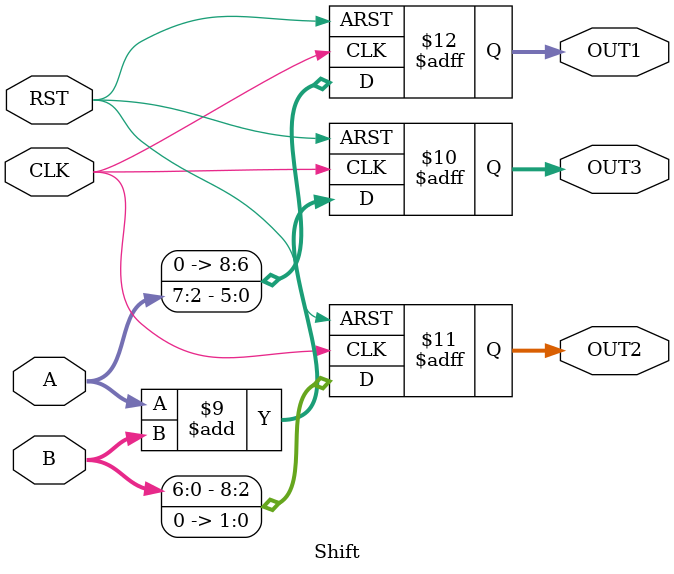
<source format=v>
module Shift #(
    parameter WIDTH = 8
) 
(
    input               CLK,
    input   wire        RST,
    input        [WIDTH-1:0]  A, 
    input        [WIDTH-1:0]  B,
    output reg [WIDTH:0]      OUT1,
    output reg [WIDTH:0]      OUT2,
    output reg [WIDTH:0]      OUT3
 
);
  
always @(posedge CLK or negedge RST)
begin
    if(!RST) begin
        OUT1 <= 'b0;
    end
    else begin
        OUT1 <= A>>2;
    end
end
always @(posedge CLK or negedge RST)
begin
    if(!RST) begin
        OUT2 <= 'b0;
    end
    else begin

        OUT2 <= B<<2;


    end
end
always @(posedge CLK or negedge RST)
begin
    if(!RST) begin
        OUT3 <= 'b0;


    end
    else begin

        OUT3 <= A+B;

    end
end


endmodule
</source>
